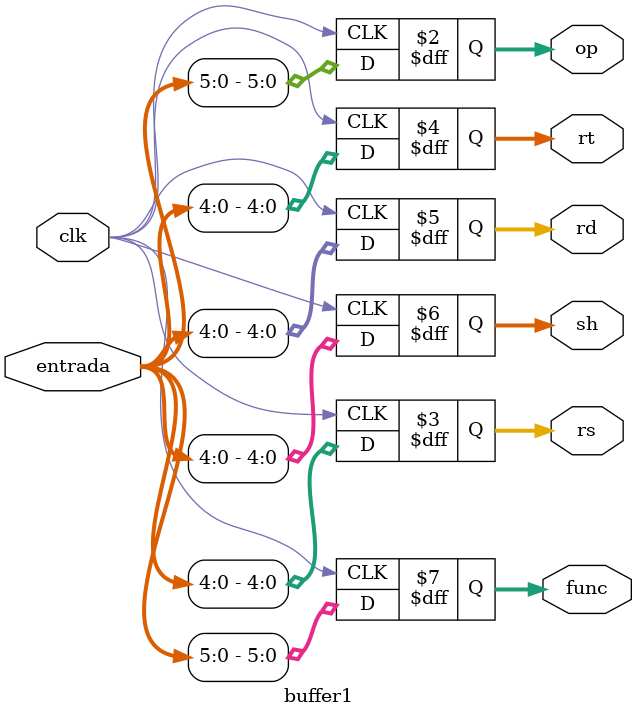
<source format=v>
module buffer1(
 	input clk,
	input[31:0] entrada,

	output reg[31:26]op,
	output reg[25:21]rs,
	output reg[20:16]rt,
	output reg[15:11]rd,
	output reg[10:6]sh,
	output reg[5:0]func

);

always@(posedge clk)
begin
	op <= entrada;
	rs <= entrada;
	rt <= entrada;
	rd <= entrada;
	sh <= entrada;
	func <= entrada;
	
	end

endmodule 
</source>
